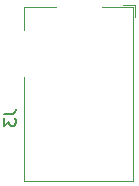
<source format=gbo>
G04 #@! TF.GenerationSoftware,KiCad,Pcbnew,(5.1.2)-2*
G04 #@! TF.CreationDate,2019-08-23T10:29:04+03:00*
G04 #@! TF.ProjectId,pneumatic,706e6575-6d61-4746-9963-2e6b69636164,rev?*
G04 #@! TF.SameCoordinates,Original*
G04 #@! TF.FileFunction,Legend,Bot*
G04 #@! TF.FilePolarity,Positive*
%FSLAX46Y46*%
G04 Gerber Fmt 4.6, Leading zero omitted, Abs format (unit mm)*
G04 Created by KiCad (PCBNEW (5.1.2)-2) date 2019-08-23 10:29:04*
%MOMM*%
%LPD*%
G04 APERTURE LIST*
%ADD10C,0.120000*%
%ADD11C,0.150000*%
G04 APERTURE END LIST*
D10*
X139220000Y-88000000D02*
X136620000Y-88000000D01*
X139220000Y-102700000D02*
X139220000Y-88000000D01*
X130020000Y-88000000D02*
X130020000Y-89900000D01*
X132720000Y-88000000D02*
X130020000Y-88000000D01*
X130020000Y-102700000D02*
X139220000Y-102700000D01*
X130020000Y-93900000D02*
X130020000Y-102700000D01*
X139420000Y-88850000D02*
X139420000Y-87800000D01*
X138370000Y-87800000D02*
X139420000Y-87800000D01*
D11*
X128322380Y-97016666D02*
X129036666Y-97016666D01*
X129179523Y-96969047D01*
X129274761Y-96873809D01*
X129322380Y-96730952D01*
X129322380Y-96635714D01*
X128322380Y-97397619D02*
X128322380Y-98016666D01*
X128703333Y-97683333D01*
X128703333Y-97826190D01*
X128750952Y-97921428D01*
X128798571Y-97969047D01*
X128893809Y-98016666D01*
X129131904Y-98016666D01*
X129227142Y-97969047D01*
X129274761Y-97921428D01*
X129322380Y-97826190D01*
X129322380Y-97540476D01*
X129274761Y-97445238D01*
X129227142Y-97397619D01*
M02*

</source>
